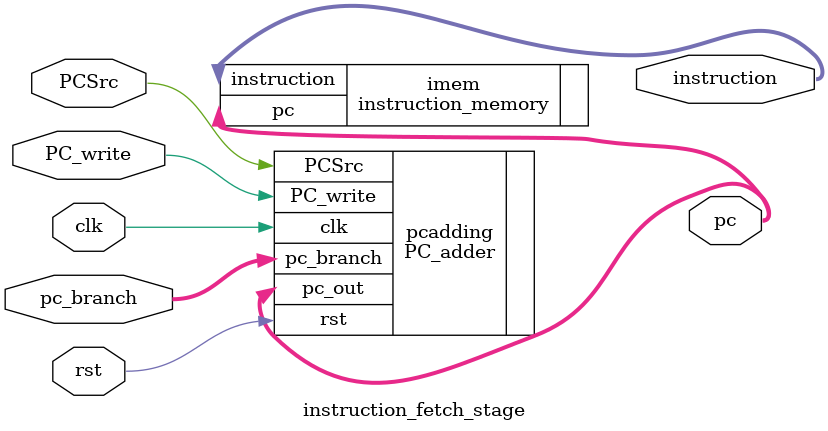
<source format=v>
`include "PC_adder.v"
`include "instruction_memory.v"

module instruction_fetch_stage(
    input wire clk, 
    input wire rst,
    input wire PCSrc,
    input wire [63:0] pc_branch,
    input wire PC_write,
    output wire [63:0] pc,
    output wire [31:0] instruction
);

    // program counter adding
    PC_adder pcadding(
        .clk(clk),
        .rst(rst),
        .PCSrc(PCSrc),
        .pc_branch(pc_branch),
        .PC_write(PC_write),
        .pc_out(pc)
    );

    // instruction mem
    instruction_memory imem(
        .pc(pc),    
        .instruction(instruction)
    );

endmodule
</source>
